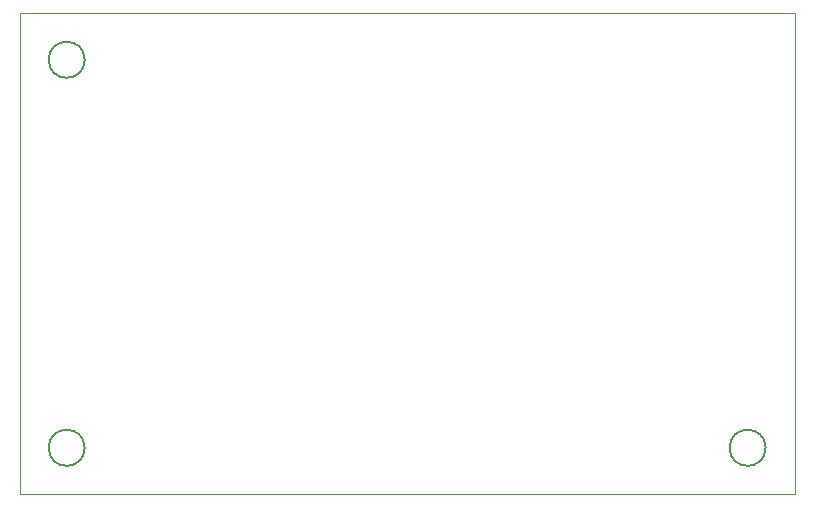
<source format=gbr>
%TF.GenerationSoftware,KiCad,Pcbnew,7.0.6*%
%TF.CreationDate,2023-11-27T09:51:19+01:00*%
%TF.ProjectId,PSACANBridgeHW_v14,50534143-414e-4427-9269-64676548575f,rev?*%
%TF.SameCoordinates,Original*%
%TF.FileFunction,Profile,NP*%
%FSLAX46Y46*%
G04 Gerber Fmt 4.6, Leading zero omitted, Abs format (unit mm)*
G04 Created by KiCad (PCBNEW 7.0.6) date 2023-11-27 09:51:19*
%MOMM*%
%LPD*%
G01*
G04 APERTURE LIST*
%TA.AperFunction,Profile*%
%ADD10C,0.150000*%
%TD*%
%TA.AperFunction,Profile*%
%ADD11C,0.100000*%
%TD*%
G04 APERTURE END LIST*
D10*
X117404283Y-119795718D02*
G75*
G03*
X117404283Y-119795718I-1529283J0D01*
G01*
X175054283Y-152650000D02*
G75*
G03*
X175054283Y-152650000I-1529283J0D01*
G01*
D11*
X177546000Y-115824000D02*
X177546000Y-156591000D01*
X177546000Y-156591000D02*
X111925000Y-156575000D01*
X111925000Y-115808000D02*
X177546000Y-115824000D01*
D10*
X117404283Y-152650000D02*
G75*
G03*
X117404283Y-152650000I-1529283J0D01*
G01*
D11*
X111925000Y-156575000D02*
X111925000Y-115808000D01*
M02*

</source>
